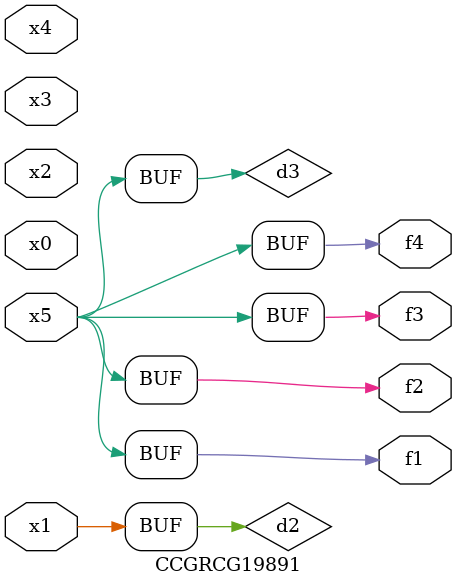
<source format=v>
module CCGRCG19891(
	input x0, x1, x2, x3, x4, x5,
	output f1, f2, f3, f4
);

	wire d1, d2, d3;

	not (d1, x5);
	or (d2, x1);
	xnor (d3, d1);
	assign f1 = d3;
	assign f2 = d3;
	assign f3 = d3;
	assign f4 = d3;
endmodule

</source>
